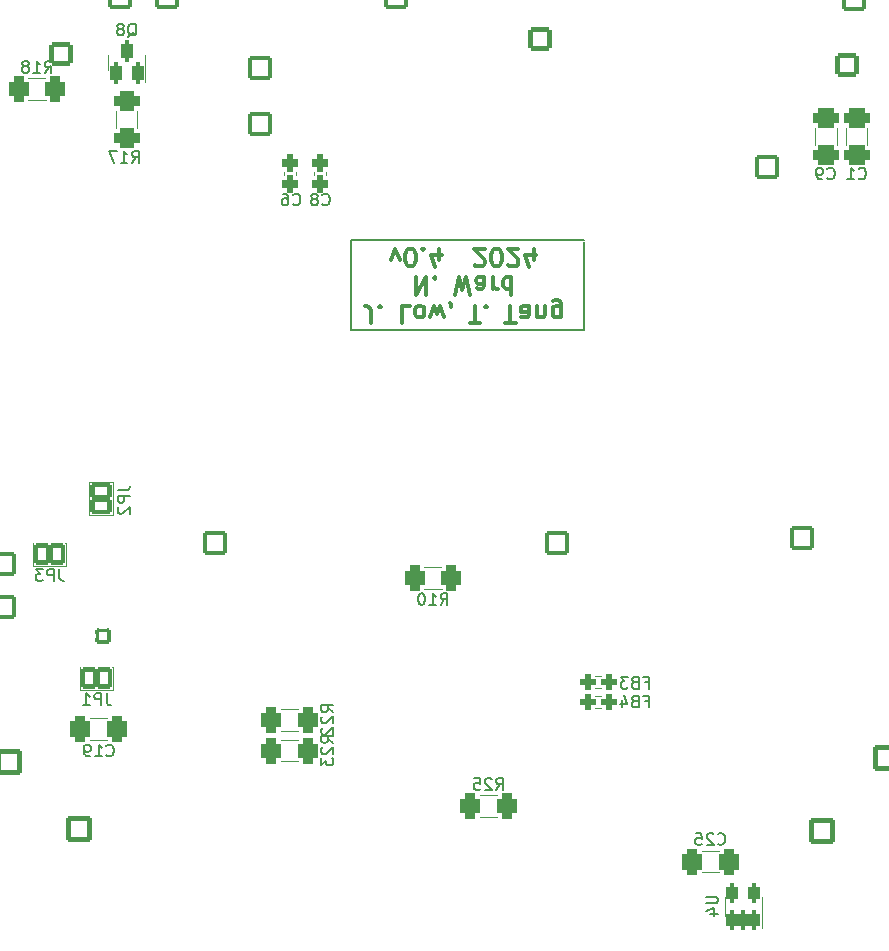
<source format=gbo>
G04 #@! TF.GenerationSoftware,KiCad,Pcbnew,7.0.8*
G04 #@! TF.CreationDate,2024-08-07T19:42:33-07:00*
G04 #@! TF.ProjectId,bloo,626c6f6f-2e6b-4696-9361-645f70636258,rev?*
G04 #@! TF.SameCoordinates,Original*
G04 #@! TF.FileFunction,Legend,Bot*
G04 #@! TF.FilePolarity,Positive*
%FSLAX46Y46*%
G04 Gerber Fmt 4.6, Leading zero omitted, Abs format (unit mm)*
G04 Created by KiCad (PCBNEW 7.0.8) date 2024-08-07 19:42:33*
%MOMM*%
%LPD*%
G01*
G04 APERTURE LIST*
G04 Aperture macros list*
%AMRoundRect*
0 Rectangle with rounded corners*
0 $1 Rounding radius*
0 $2 $3 $4 $5 $6 $7 $8 $9 X,Y pos of 4 corners*
0 Add a 4 corners polygon primitive as box body*
4,1,4,$2,$3,$4,$5,$6,$7,$8,$9,$2,$3,0*
0 Add four circle primitives for the rounded corners*
1,1,$1+$1,$2,$3*
1,1,$1+$1,$4,$5*
1,1,$1+$1,$6,$7*
1,1,$1+$1,$8,$9*
0 Add four rect primitives between the rounded corners*
20,1,$1+$1,$2,$3,$4,$5,0*
20,1,$1+$1,$4,$5,$6,$7,0*
20,1,$1+$1,$6,$7,$8,$9,0*
20,1,$1+$1,$8,$9,$2,$3,0*%
G04 Aperture macros list end*
%ADD10C,0.200000*%
%ADD11C,0.300000*%
%ADD12C,0.150000*%
%ADD13C,0.120000*%
%ADD14C,2.400000*%
%ADD15RoundRect,0.200000X0.403863X-1.207019X1.207019X0.403863X-0.403863X1.207019X-1.207019X-0.403863X0*%
%ADD16C,2.200000*%
%ADD17RoundRect,0.200000X-0.850000X0.850000X-0.850000X-0.850000X0.850000X-0.850000X0.850000X0.850000X0*%
%ADD18O,2.100000X2.100000*%
%ADD19RoundRect,0.200000X-0.850000X-0.850000X0.850000X-0.850000X0.850000X0.850000X-0.850000X0.850000X0*%
%ADD20RoundRect,0.200000X-1.207019X0.403863X-0.403863X-1.207019X1.207019X-0.403863X0.403863X1.207019X0*%
%ADD21RoundRect,0.200000X-0.900000X-0.900000X0.900000X-0.900000X0.900000X0.900000X-0.900000X0.900000X0*%
%ADD22RoundRect,0.200000X0.850000X-0.850000X0.850000X0.850000X-0.850000X0.850000X-0.850000X-0.850000X0*%
%ADD23C,2.600000*%
%ADD24C,2.584400*%
%ADD25C,3.400000*%
%ADD26C,1.924000*%
%ADD27RoundRect,0.200000X0.800000X-0.800000X0.800000X0.800000X-0.800000X0.800000X-0.800000X-0.800000X0*%
%ADD28C,2.000000*%
%ADD29RoundRect,0.200000X0.800000X0.800000X-0.800000X0.800000X-0.800000X-0.800000X0.800000X-0.800000X0*%
%ADD30RoundRect,0.200000X0.500000X0.500000X-0.500000X0.500000X-0.500000X-0.500000X0.500000X-0.500000X0*%
%ADD31O,1.400000X1.400000*%
%ADD32RoundRect,0.437500X-0.237500X0.300000X-0.237500X-0.300000X0.237500X-0.300000X0.237500X0.300000X0*%
%ADD33RoundRect,0.200000X-0.500000X-0.750000X0.500000X-0.750000X0.500000X0.750000X-0.500000X0.750000X0*%
%ADD34RoundRect,0.437500X0.250000X0.237500X-0.250000X0.237500X-0.250000X-0.237500X0.250000X-0.237500X0*%
%ADD35RoundRect,0.450000X-0.400000X-0.625000X0.400000X-0.625000X0.400000X0.625000X-0.400000X0.625000X0*%
%ADD36RoundRect,0.450000X0.625000X-0.400000X0.625000X0.400000X-0.625000X0.400000X-0.625000X-0.400000X0*%
%ADD37RoundRect,0.450000X0.400000X0.625000X-0.400000X0.625000X-0.400000X-0.625000X0.400000X-0.625000X0*%
%ADD38RoundRect,0.450000X-0.412500X-0.650000X0.412500X-0.650000X0.412500X0.650000X-0.412500X0.650000X0*%
%ADD39RoundRect,0.450000X-0.650000X0.412500X-0.650000X-0.412500X0.650000X-0.412500X0.650000X0.412500X0*%
%ADD40RoundRect,0.200000X-0.750000X0.500000X-0.750000X-0.500000X0.750000X-0.500000X0.750000X0.500000X0*%
%ADD41RoundRect,0.350000X0.150000X-0.587500X0.150000X0.587500X-0.150000X0.587500X-0.150000X-0.587500X0*%
%ADD42RoundRect,0.450000X0.412500X0.650000X-0.412500X0.650000X-0.412500X-0.650000X0.412500X-0.650000X0*%
%ADD43RoundRect,0.450000X0.650000X-0.412500X0.650000X0.412500X-0.650000X0.412500X-0.650000X-0.412500X0*%
%ADD44RoundRect,0.437500X-0.250000X-0.237500X0.250000X-0.237500X0.250000X0.237500X-0.250000X0.237500X0*%
%ADD45RoundRect,0.350000X0.150000X-0.512500X0.150000X0.512500X-0.150000X0.512500X-0.150000X-0.512500X0*%
G04 APERTURE END LIST*
D10*
X192075000Y-116690000D02*
X211795560Y-116677300D01*
X192075000Y-124310000D02*
X192075000Y-116690000D01*
X211760000Y-124310000D02*
X192059760Y-124310000D01*
X211760000Y-116844940D02*
X211760000Y-124310000D01*
D11*
X193778571Y-123736671D02*
X193778571Y-122665242D01*
X193778571Y-122665242D02*
X193707142Y-122450957D01*
X193707142Y-122450957D02*
X193564285Y-122308100D01*
X193564285Y-122308100D02*
X193349999Y-122236671D01*
X193349999Y-122236671D02*
X193207142Y-122236671D01*
X194492856Y-122379528D02*
X194564285Y-122308100D01*
X194564285Y-122308100D02*
X194492856Y-122236671D01*
X194492856Y-122236671D02*
X194421428Y-122308100D01*
X194421428Y-122308100D02*
X194492856Y-122379528D01*
X194492856Y-122379528D02*
X194492856Y-122236671D01*
X197064285Y-122236671D02*
X196349999Y-122236671D01*
X196349999Y-122236671D02*
X196349999Y-123736671D01*
X197778571Y-122236671D02*
X197635714Y-122308100D01*
X197635714Y-122308100D02*
X197564285Y-122379528D01*
X197564285Y-122379528D02*
X197492857Y-122522385D01*
X197492857Y-122522385D02*
X197492857Y-122950957D01*
X197492857Y-122950957D02*
X197564285Y-123093814D01*
X197564285Y-123093814D02*
X197635714Y-123165242D01*
X197635714Y-123165242D02*
X197778571Y-123236671D01*
X197778571Y-123236671D02*
X197992857Y-123236671D01*
X197992857Y-123236671D02*
X198135714Y-123165242D01*
X198135714Y-123165242D02*
X198207143Y-123093814D01*
X198207143Y-123093814D02*
X198278571Y-122950957D01*
X198278571Y-122950957D02*
X198278571Y-122522385D01*
X198278571Y-122522385D02*
X198207143Y-122379528D01*
X198207143Y-122379528D02*
X198135714Y-122308100D01*
X198135714Y-122308100D02*
X197992857Y-122236671D01*
X197992857Y-122236671D02*
X197778571Y-122236671D01*
X198778571Y-123236671D02*
X199064286Y-122236671D01*
X199064286Y-122236671D02*
X199350000Y-122950957D01*
X199350000Y-122950957D02*
X199635714Y-122236671D01*
X199635714Y-122236671D02*
X199921428Y-123236671D01*
X200564286Y-122308100D02*
X200564286Y-122236671D01*
X200564286Y-122236671D02*
X200492857Y-122093814D01*
X200492857Y-122093814D02*
X200421429Y-122022385D01*
X202135715Y-123736671D02*
X202992858Y-123736671D01*
X202564286Y-122236671D02*
X202564286Y-123736671D01*
X203492857Y-122379528D02*
X203564286Y-122308100D01*
X203564286Y-122308100D02*
X203492857Y-122236671D01*
X203492857Y-122236671D02*
X203421429Y-122308100D01*
X203421429Y-122308100D02*
X203492857Y-122379528D01*
X203492857Y-122379528D02*
X203492857Y-122236671D01*
X205135715Y-123736671D02*
X205992858Y-123736671D01*
X205564286Y-122236671D02*
X205564286Y-123736671D01*
X207135715Y-122236671D02*
X207135715Y-123022385D01*
X207135715Y-123022385D02*
X207064286Y-123165242D01*
X207064286Y-123165242D02*
X206921429Y-123236671D01*
X206921429Y-123236671D02*
X206635715Y-123236671D01*
X206635715Y-123236671D02*
X206492857Y-123165242D01*
X207135715Y-122308100D02*
X206992857Y-122236671D01*
X206992857Y-122236671D02*
X206635715Y-122236671D01*
X206635715Y-122236671D02*
X206492857Y-122308100D01*
X206492857Y-122308100D02*
X206421429Y-122450957D01*
X206421429Y-122450957D02*
X206421429Y-122593814D01*
X206421429Y-122593814D02*
X206492857Y-122736671D01*
X206492857Y-122736671D02*
X206635715Y-122808100D01*
X206635715Y-122808100D02*
X206992857Y-122808100D01*
X206992857Y-122808100D02*
X207135715Y-122879528D01*
X207850000Y-123236671D02*
X207850000Y-122236671D01*
X207850000Y-123093814D02*
X207921429Y-123165242D01*
X207921429Y-123165242D02*
X208064286Y-123236671D01*
X208064286Y-123236671D02*
X208278572Y-123236671D01*
X208278572Y-123236671D02*
X208421429Y-123165242D01*
X208421429Y-123165242D02*
X208492858Y-123022385D01*
X208492858Y-123022385D02*
X208492858Y-122236671D01*
X209850001Y-123236671D02*
X209850001Y-122022385D01*
X209850001Y-122022385D02*
X209778572Y-121879528D01*
X209778572Y-121879528D02*
X209707143Y-121808100D01*
X209707143Y-121808100D02*
X209564286Y-121736671D01*
X209564286Y-121736671D02*
X209350001Y-121736671D01*
X209350001Y-121736671D02*
X209207143Y-121808100D01*
X209850001Y-122308100D02*
X209707143Y-122236671D01*
X209707143Y-122236671D02*
X209421429Y-122236671D01*
X209421429Y-122236671D02*
X209278572Y-122308100D01*
X209278572Y-122308100D02*
X209207143Y-122379528D01*
X209207143Y-122379528D02*
X209135715Y-122522385D01*
X209135715Y-122522385D02*
X209135715Y-122950957D01*
X209135715Y-122950957D02*
X209207143Y-123093814D01*
X209207143Y-123093814D02*
X209278572Y-123165242D01*
X209278572Y-123165242D02*
X209421429Y-123236671D01*
X209421429Y-123236671D02*
X209707143Y-123236671D01*
X209707143Y-123236671D02*
X209850001Y-123165242D01*
X197564285Y-119821671D02*
X197564285Y-121321671D01*
X197564285Y-121321671D02*
X198421428Y-119821671D01*
X198421428Y-119821671D02*
X198421428Y-121321671D01*
X199135714Y-119964528D02*
X199207143Y-119893100D01*
X199207143Y-119893100D02*
X199135714Y-119821671D01*
X199135714Y-119821671D02*
X199064286Y-119893100D01*
X199064286Y-119893100D02*
X199135714Y-119964528D01*
X199135714Y-119964528D02*
X199135714Y-119821671D01*
X200850000Y-121321671D02*
X201207143Y-119821671D01*
X201207143Y-119821671D02*
X201492857Y-120893100D01*
X201492857Y-120893100D02*
X201778572Y-119821671D01*
X201778572Y-119821671D02*
X202135715Y-121321671D01*
X203350001Y-119821671D02*
X203350001Y-120607385D01*
X203350001Y-120607385D02*
X203278572Y-120750242D01*
X203278572Y-120750242D02*
X203135715Y-120821671D01*
X203135715Y-120821671D02*
X202850001Y-120821671D01*
X202850001Y-120821671D02*
X202707143Y-120750242D01*
X203350001Y-119893100D02*
X203207143Y-119821671D01*
X203207143Y-119821671D02*
X202850001Y-119821671D01*
X202850001Y-119821671D02*
X202707143Y-119893100D01*
X202707143Y-119893100D02*
X202635715Y-120035957D01*
X202635715Y-120035957D02*
X202635715Y-120178814D01*
X202635715Y-120178814D02*
X202707143Y-120321671D01*
X202707143Y-120321671D02*
X202850001Y-120393100D01*
X202850001Y-120393100D02*
X203207143Y-120393100D01*
X203207143Y-120393100D02*
X203350001Y-120464528D01*
X204064286Y-119821671D02*
X204064286Y-120821671D01*
X204064286Y-120535957D02*
X204135715Y-120678814D01*
X204135715Y-120678814D02*
X204207144Y-120750242D01*
X204207144Y-120750242D02*
X204350001Y-120821671D01*
X204350001Y-120821671D02*
X204492858Y-120821671D01*
X205635715Y-119821671D02*
X205635715Y-121321671D01*
X205635715Y-119893100D02*
X205492857Y-119821671D01*
X205492857Y-119821671D02*
X205207143Y-119821671D01*
X205207143Y-119821671D02*
X205064286Y-119893100D01*
X205064286Y-119893100D02*
X204992857Y-119964528D01*
X204992857Y-119964528D02*
X204921429Y-120107385D01*
X204921429Y-120107385D02*
X204921429Y-120535957D01*
X204921429Y-120535957D02*
X204992857Y-120678814D01*
X204992857Y-120678814D02*
X205064286Y-120750242D01*
X205064286Y-120750242D02*
X205207143Y-120821671D01*
X205207143Y-120821671D02*
X205492857Y-120821671D01*
X205492857Y-120821671D02*
X205635715Y-120750242D01*
X195457144Y-118406671D02*
X195814287Y-117406671D01*
X195814287Y-117406671D02*
X196171430Y-118406671D01*
X197028573Y-118906671D02*
X197171430Y-118906671D01*
X197171430Y-118906671D02*
X197314287Y-118835242D01*
X197314287Y-118835242D02*
X197385716Y-118763814D01*
X197385716Y-118763814D02*
X197457144Y-118620957D01*
X197457144Y-118620957D02*
X197528573Y-118335242D01*
X197528573Y-118335242D02*
X197528573Y-117978100D01*
X197528573Y-117978100D02*
X197457144Y-117692385D01*
X197457144Y-117692385D02*
X197385716Y-117549528D01*
X197385716Y-117549528D02*
X197314287Y-117478100D01*
X197314287Y-117478100D02*
X197171430Y-117406671D01*
X197171430Y-117406671D02*
X197028573Y-117406671D01*
X197028573Y-117406671D02*
X196885716Y-117478100D01*
X196885716Y-117478100D02*
X196814287Y-117549528D01*
X196814287Y-117549528D02*
X196742858Y-117692385D01*
X196742858Y-117692385D02*
X196671430Y-117978100D01*
X196671430Y-117978100D02*
X196671430Y-118335242D01*
X196671430Y-118335242D02*
X196742858Y-118620957D01*
X196742858Y-118620957D02*
X196814287Y-118763814D01*
X196814287Y-118763814D02*
X196885716Y-118835242D01*
X196885716Y-118835242D02*
X197028573Y-118906671D01*
X198171429Y-117549528D02*
X198242858Y-117478100D01*
X198242858Y-117478100D02*
X198171429Y-117406671D01*
X198171429Y-117406671D02*
X198100001Y-117478100D01*
X198100001Y-117478100D02*
X198171429Y-117549528D01*
X198171429Y-117549528D02*
X198171429Y-117406671D01*
X199528573Y-118406671D02*
X199528573Y-117406671D01*
X199171430Y-118978100D02*
X198814287Y-117906671D01*
X198814287Y-117906671D02*
X199742858Y-117906671D01*
X202528572Y-118763814D02*
X202600000Y-118835242D01*
X202600000Y-118835242D02*
X202742858Y-118906671D01*
X202742858Y-118906671D02*
X203100000Y-118906671D01*
X203100000Y-118906671D02*
X203242858Y-118835242D01*
X203242858Y-118835242D02*
X203314286Y-118763814D01*
X203314286Y-118763814D02*
X203385715Y-118620957D01*
X203385715Y-118620957D02*
X203385715Y-118478100D01*
X203385715Y-118478100D02*
X203314286Y-118263814D01*
X203314286Y-118263814D02*
X202457143Y-117406671D01*
X202457143Y-117406671D02*
X203385715Y-117406671D01*
X204314286Y-118906671D02*
X204457143Y-118906671D01*
X204457143Y-118906671D02*
X204600000Y-118835242D01*
X204600000Y-118835242D02*
X204671429Y-118763814D01*
X204671429Y-118763814D02*
X204742857Y-118620957D01*
X204742857Y-118620957D02*
X204814286Y-118335242D01*
X204814286Y-118335242D02*
X204814286Y-117978100D01*
X204814286Y-117978100D02*
X204742857Y-117692385D01*
X204742857Y-117692385D02*
X204671429Y-117549528D01*
X204671429Y-117549528D02*
X204600000Y-117478100D01*
X204600000Y-117478100D02*
X204457143Y-117406671D01*
X204457143Y-117406671D02*
X204314286Y-117406671D01*
X204314286Y-117406671D02*
X204171429Y-117478100D01*
X204171429Y-117478100D02*
X204100000Y-117549528D01*
X204100000Y-117549528D02*
X204028571Y-117692385D01*
X204028571Y-117692385D02*
X203957143Y-117978100D01*
X203957143Y-117978100D02*
X203957143Y-118335242D01*
X203957143Y-118335242D02*
X204028571Y-118620957D01*
X204028571Y-118620957D02*
X204100000Y-118763814D01*
X204100000Y-118763814D02*
X204171429Y-118835242D01*
X204171429Y-118835242D02*
X204314286Y-118906671D01*
X205385714Y-118763814D02*
X205457142Y-118835242D01*
X205457142Y-118835242D02*
X205600000Y-118906671D01*
X205600000Y-118906671D02*
X205957142Y-118906671D01*
X205957142Y-118906671D02*
X206100000Y-118835242D01*
X206100000Y-118835242D02*
X206171428Y-118763814D01*
X206171428Y-118763814D02*
X206242857Y-118620957D01*
X206242857Y-118620957D02*
X206242857Y-118478100D01*
X206242857Y-118478100D02*
X206171428Y-118263814D01*
X206171428Y-118263814D02*
X205314285Y-117406671D01*
X205314285Y-117406671D02*
X206242857Y-117406671D01*
X207528571Y-118406671D02*
X207528571Y-117406671D01*
X207171428Y-118978100D02*
X206814285Y-117906671D01*
X206814285Y-117906671D02*
X207742856Y-117906671D01*
D12*
X189642622Y-113655676D02*
X189690241Y-113703296D01*
X189690241Y-113703296D02*
X189833098Y-113750915D01*
X189833098Y-113750915D02*
X189928336Y-113750915D01*
X189928336Y-113750915D02*
X190071193Y-113703296D01*
X190071193Y-113703296D02*
X190166431Y-113608057D01*
X190166431Y-113608057D02*
X190214050Y-113512819D01*
X190214050Y-113512819D02*
X190261669Y-113322343D01*
X190261669Y-113322343D02*
X190261669Y-113179486D01*
X190261669Y-113179486D02*
X190214050Y-112989010D01*
X190214050Y-112989010D02*
X190166431Y-112893772D01*
X190166431Y-112893772D02*
X190071193Y-112798534D01*
X190071193Y-112798534D02*
X189928336Y-112750915D01*
X189928336Y-112750915D02*
X189833098Y-112750915D01*
X189833098Y-112750915D02*
X189690241Y-112798534D01*
X189690241Y-112798534D02*
X189642622Y-112846153D01*
X189071193Y-113179486D02*
X189166431Y-113131867D01*
X189166431Y-113131867D02*
X189214050Y-113084248D01*
X189214050Y-113084248D02*
X189261669Y-112989010D01*
X189261669Y-112989010D02*
X189261669Y-112941391D01*
X189261669Y-112941391D02*
X189214050Y-112846153D01*
X189214050Y-112846153D02*
X189166431Y-112798534D01*
X189166431Y-112798534D02*
X189071193Y-112750915D01*
X189071193Y-112750915D02*
X188880717Y-112750915D01*
X188880717Y-112750915D02*
X188785479Y-112798534D01*
X188785479Y-112798534D02*
X188737860Y-112846153D01*
X188737860Y-112846153D02*
X188690241Y-112941391D01*
X188690241Y-112941391D02*
X188690241Y-112989010D01*
X188690241Y-112989010D02*
X188737860Y-113084248D01*
X188737860Y-113084248D02*
X188785479Y-113131867D01*
X188785479Y-113131867D02*
X188880717Y-113179486D01*
X188880717Y-113179486D02*
X189071193Y-113179486D01*
X189071193Y-113179486D02*
X189166431Y-113227105D01*
X189166431Y-113227105D02*
X189214050Y-113274724D01*
X189214050Y-113274724D02*
X189261669Y-113369962D01*
X189261669Y-113369962D02*
X189261669Y-113560438D01*
X189261669Y-113560438D02*
X189214050Y-113655676D01*
X189214050Y-113655676D02*
X189166431Y-113703296D01*
X189166431Y-113703296D02*
X189071193Y-113750915D01*
X189071193Y-113750915D02*
X188880717Y-113750915D01*
X188880717Y-113750915D02*
X188785479Y-113703296D01*
X188785479Y-113703296D02*
X188737860Y-113655676D01*
X188737860Y-113655676D02*
X188690241Y-113560438D01*
X188690241Y-113560438D02*
X188690241Y-113369962D01*
X188690241Y-113369962D02*
X188737860Y-113274724D01*
X188737860Y-113274724D02*
X188785479Y-113227105D01*
X188785479Y-113227105D02*
X188880717Y-113179486D01*
X171383333Y-155054819D02*
X171383333Y-155769104D01*
X171383333Y-155769104D02*
X171430952Y-155911961D01*
X171430952Y-155911961D02*
X171526190Y-156007200D01*
X171526190Y-156007200D02*
X171669047Y-156054819D01*
X171669047Y-156054819D02*
X171764285Y-156054819D01*
X170907142Y-156054819D02*
X170907142Y-155054819D01*
X170907142Y-155054819D02*
X170526190Y-155054819D01*
X170526190Y-155054819D02*
X170430952Y-155102438D01*
X170430952Y-155102438D02*
X170383333Y-155150057D01*
X170383333Y-155150057D02*
X170335714Y-155245295D01*
X170335714Y-155245295D02*
X170335714Y-155388152D01*
X170335714Y-155388152D02*
X170383333Y-155483390D01*
X170383333Y-155483390D02*
X170430952Y-155531009D01*
X170430952Y-155531009D02*
X170526190Y-155578628D01*
X170526190Y-155578628D02*
X170907142Y-155578628D01*
X169383333Y-156054819D02*
X169954761Y-156054819D01*
X169669047Y-156054819D02*
X169669047Y-155054819D01*
X169669047Y-155054819D02*
X169764285Y-155197676D01*
X169764285Y-155197676D02*
X169859523Y-155292914D01*
X169859523Y-155292914D02*
X169954761Y-155340533D01*
X216933333Y-155731009D02*
X217266666Y-155731009D01*
X217266666Y-156254819D02*
X217266666Y-155254819D01*
X217266666Y-155254819D02*
X216790476Y-155254819D01*
X216076190Y-155731009D02*
X215933333Y-155778628D01*
X215933333Y-155778628D02*
X215885714Y-155826247D01*
X215885714Y-155826247D02*
X215838095Y-155921485D01*
X215838095Y-155921485D02*
X215838095Y-156064342D01*
X215838095Y-156064342D02*
X215885714Y-156159580D01*
X215885714Y-156159580D02*
X215933333Y-156207200D01*
X215933333Y-156207200D02*
X216028571Y-156254819D01*
X216028571Y-156254819D02*
X216409523Y-156254819D01*
X216409523Y-156254819D02*
X216409523Y-155254819D01*
X216409523Y-155254819D02*
X216076190Y-155254819D01*
X216076190Y-155254819D02*
X215980952Y-155302438D01*
X215980952Y-155302438D02*
X215933333Y-155350057D01*
X215933333Y-155350057D02*
X215885714Y-155445295D01*
X215885714Y-155445295D02*
X215885714Y-155540533D01*
X215885714Y-155540533D02*
X215933333Y-155635771D01*
X215933333Y-155635771D02*
X215980952Y-155683390D01*
X215980952Y-155683390D02*
X216076190Y-155731009D01*
X216076190Y-155731009D02*
X216409523Y-155731009D01*
X214980952Y-155588152D02*
X214980952Y-156254819D01*
X215219047Y-155207200D02*
X215457142Y-155921485D01*
X215457142Y-155921485D02*
X214838095Y-155921485D01*
X199642857Y-147574819D02*
X199976190Y-147098628D01*
X200214285Y-147574819D02*
X200214285Y-146574819D01*
X200214285Y-146574819D02*
X199833333Y-146574819D01*
X199833333Y-146574819D02*
X199738095Y-146622438D01*
X199738095Y-146622438D02*
X199690476Y-146670057D01*
X199690476Y-146670057D02*
X199642857Y-146765295D01*
X199642857Y-146765295D02*
X199642857Y-146908152D01*
X199642857Y-146908152D02*
X199690476Y-147003390D01*
X199690476Y-147003390D02*
X199738095Y-147051009D01*
X199738095Y-147051009D02*
X199833333Y-147098628D01*
X199833333Y-147098628D02*
X200214285Y-147098628D01*
X198690476Y-147574819D02*
X199261904Y-147574819D01*
X198976190Y-147574819D02*
X198976190Y-146574819D01*
X198976190Y-146574819D02*
X199071428Y-146717676D01*
X199071428Y-146717676D02*
X199166666Y-146812914D01*
X199166666Y-146812914D02*
X199261904Y-146860533D01*
X198071428Y-146574819D02*
X197976190Y-146574819D01*
X197976190Y-146574819D02*
X197880952Y-146622438D01*
X197880952Y-146622438D02*
X197833333Y-146670057D01*
X197833333Y-146670057D02*
X197785714Y-146765295D01*
X197785714Y-146765295D02*
X197738095Y-146955771D01*
X197738095Y-146955771D02*
X197738095Y-147193866D01*
X197738095Y-147193866D02*
X197785714Y-147384342D01*
X197785714Y-147384342D02*
X197833333Y-147479580D01*
X197833333Y-147479580D02*
X197880952Y-147527200D01*
X197880952Y-147527200D02*
X197976190Y-147574819D01*
X197976190Y-147574819D02*
X198071428Y-147574819D01*
X198071428Y-147574819D02*
X198166666Y-147527200D01*
X198166666Y-147527200D02*
X198214285Y-147479580D01*
X198214285Y-147479580D02*
X198261904Y-147384342D01*
X198261904Y-147384342D02*
X198309523Y-147193866D01*
X198309523Y-147193866D02*
X198309523Y-146955771D01*
X198309523Y-146955771D02*
X198261904Y-146765295D01*
X198261904Y-146765295D02*
X198214285Y-146670057D01*
X198214285Y-146670057D02*
X198166666Y-146622438D01*
X198166666Y-146622438D02*
X198071428Y-146574819D01*
X187152622Y-113655676D02*
X187200241Y-113703296D01*
X187200241Y-113703296D02*
X187343098Y-113750915D01*
X187343098Y-113750915D02*
X187438336Y-113750915D01*
X187438336Y-113750915D02*
X187581193Y-113703296D01*
X187581193Y-113703296D02*
X187676431Y-113608057D01*
X187676431Y-113608057D02*
X187724050Y-113512819D01*
X187724050Y-113512819D02*
X187771669Y-113322343D01*
X187771669Y-113322343D02*
X187771669Y-113179486D01*
X187771669Y-113179486D02*
X187724050Y-112989010D01*
X187724050Y-112989010D02*
X187676431Y-112893772D01*
X187676431Y-112893772D02*
X187581193Y-112798534D01*
X187581193Y-112798534D02*
X187438336Y-112750915D01*
X187438336Y-112750915D02*
X187343098Y-112750915D01*
X187343098Y-112750915D02*
X187200241Y-112798534D01*
X187200241Y-112798534D02*
X187152622Y-112846153D01*
X186295479Y-112750915D02*
X186485955Y-112750915D01*
X186485955Y-112750915D02*
X186581193Y-112798534D01*
X186581193Y-112798534D02*
X186628812Y-112846153D01*
X186628812Y-112846153D02*
X186724050Y-112989010D01*
X186724050Y-112989010D02*
X186771669Y-113179486D01*
X186771669Y-113179486D02*
X186771669Y-113560438D01*
X186771669Y-113560438D02*
X186724050Y-113655676D01*
X186724050Y-113655676D02*
X186676431Y-113703296D01*
X186676431Y-113703296D02*
X186581193Y-113750915D01*
X186581193Y-113750915D02*
X186390717Y-113750915D01*
X186390717Y-113750915D02*
X186295479Y-113703296D01*
X186295479Y-113703296D02*
X186247860Y-113655676D01*
X186247860Y-113655676D02*
X186200241Y-113560438D01*
X186200241Y-113560438D02*
X186200241Y-113322343D01*
X186200241Y-113322343D02*
X186247860Y-113227105D01*
X186247860Y-113227105D02*
X186295479Y-113179486D01*
X186295479Y-113179486D02*
X186390717Y-113131867D01*
X186390717Y-113131867D02*
X186581193Y-113131867D01*
X186581193Y-113131867D02*
X186676431Y-113179486D01*
X186676431Y-113179486D02*
X186724050Y-113227105D01*
X186724050Y-113227105D02*
X186771669Y-113322343D01*
X173518813Y-110150915D02*
X173852146Y-109674724D01*
X174090241Y-110150915D02*
X174090241Y-109150915D01*
X174090241Y-109150915D02*
X173709289Y-109150915D01*
X173709289Y-109150915D02*
X173614051Y-109198534D01*
X173614051Y-109198534D02*
X173566432Y-109246153D01*
X173566432Y-109246153D02*
X173518813Y-109341391D01*
X173518813Y-109341391D02*
X173518813Y-109484248D01*
X173518813Y-109484248D02*
X173566432Y-109579486D01*
X173566432Y-109579486D02*
X173614051Y-109627105D01*
X173614051Y-109627105D02*
X173709289Y-109674724D01*
X173709289Y-109674724D02*
X174090241Y-109674724D01*
X172566432Y-110150915D02*
X173137860Y-110150915D01*
X172852146Y-110150915D02*
X172852146Y-109150915D01*
X172852146Y-109150915D02*
X172947384Y-109293772D01*
X172947384Y-109293772D02*
X173042622Y-109389010D01*
X173042622Y-109389010D02*
X173137860Y-109436629D01*
X172233098Y-109150915D02*
X171566432Y-109150915D01*
X171566432Y-109150915D02*
X171995003Y-110150915D01*
X190554819Y-159257142D02*
X190078628Y-158923809D01*
X190554819Y-158685714D02*
X189554819Y-158685714D01*
X189554819Y-158685714D02*
X189554819Y-159066666D01*
X189554819Y-159066666D02*
X189602438Y-159161904D01*
X189602438Y-159161904D02*
X189650057Y-159209523D01*
X189650057Y-159209523D02*
X189745295Y-159257142D01*
X189745295Y-159257142D02*
X189888152Y-159257142D01*
X189888152Y-159257142D02*
X189983390Y-159209523D01*
X189983390Y-159209523D02*
X190031009Y-159161904D01*
X190031009Y-159161904D02*
X190078628Y-159066666D01*
X190078628Y-159066666D02*
X190078628Y-158685714D01*
X189650057Y-159638095D02*
X189602438Y-159685714D01*
X189602438Y-159685714D02*
X189554819Y-159780952D01*
X189554819Y-159780952D02*
X189554819Y-160019047D01*
X189554819Y-160019047D02*
X189602438Y-160114285D01*
X189602438Y-160114285D02*
X189650057Y-160161904D01*
X189650057Y-160161904D02*
X189745295Y-160209523D01*
X189745295Y-160209523D02*
X189840533Y-160209523D01*
X189840533Y-160209523D02*
X189983390Y-160161904D01*
X189983390Y-160161904D02*
X190554819Y-159590476D01*
X190554819Y-159590476D02*
X190554819Y-160209523D01*
X189554819Y-160542857D02*
X189554819Y-161161904D01*
X189554819Y-161161904D02*
X189935771Y-160828571D01*
X189935771Y-160828571D02*
X189935771Y-160971428D01*
X189935771Y-160971428D02*
X189983390Y-161066666D01*
X189983390Y-161066666D02*
X190031009Y-161114285D01*
X190031009Y-161114285D02*
X190126247Y-161161904D01*
X190126247Y-161161904D02*
X190364342Y-161161904D01*
X190364342Y-161161904D02*
X190459580Y-161114285D01*
X190459580Y-161114285D02*
X190507200Y-161066666D01*
X190507200Y-161066666D02*
X190554819Y-160971428D01*
X190554819Y-160971428D02*
X190554819Y-160685714D01*
X190554819Y-160685714D02*
X190507200Y-160590476D01*
X190507200Y-160590476D02*
X190459580Y-160542857D01*
X171356313Y-160305676D02*
X171403932Y-160353296D01*
X171403932Y-160353296D02*
X171546789Y-160400915D01*
X171546789Y-160400915D02*
X171642027Y-160400915D01*
X171642027Y-160400915D02*
X171784884Y-160353296D01*
X171784884Y-160353296D02*
X171880122Y-160258057D01*
X171880122Y-160258057D02*
X171927741Y-160162819D01*
X171927741Y-160162819D02*
X171975360Y-159972343D01*
X171975360Y-159972343D02*
X171975360Y-159829486D01*
X171975360Y-159829486D02*
X171927741Y-159639010D01*
X171927741Y-159639010D02*
X171880122Y-159543772D01*
X171880122Y-159543772D02*
X171784884Y-159448534D01*
X171784884Y-159448534D02*
X171642027Y-159400915D01*
X171642027Y-159400915D02*
X171546789Y-159400915D01*
X171546789Y-159400915D02*
X171403932Y-159448534D01*
X171403932Y-159448534D02*
X171356313Y-159496153D01*
X170403932Y-160400915D02*
X170975360Y-160400915D01*
X170689646Y-160400915D02*
X170689646Y-159400915D01*
X170689646Y-159400915D02*
X170784884Y-159543772D01*
X170784884Y-159543772D02*
X170880122Y-159639010D01*
X170880122Y-159639010D02*
X170975360Y-159686629D01*
X169927741Y-160400915D02*
X169737265Y-160400915D01*
X169737265Y-160400915D02*
X169642027Y-160353296D01*
X169642027Y-160353296D02*
X169594408Y-160305676D01*
X169594408Y-160305676D02*
X169499170Y-160162819D01*
X169499170Y-160162819D02*
X169451551Y-159972343D01*
X169451551Y-159972343D02*
X169451551Y-159591391D01*
X169451551Y-159591391D02*
X169499170Y-159496153D01*
X169499170Y-159496153D02*
X169546789Y-159448534D01*
X169546789Y-159448534D02*
X169642027Y-159400915D01*
X169642027Y-159400915D02*
X169832503Y-159400915D01*
X169832503Y-159400915D02*
X169927741Y-159448534D01*
X169927741Y-159448534D02*
X169975360Y-159496153D01*
X169975360Y-159496153D02*
X170022979Y-159591391D01*
X170022979Y-159591391D02*
X170022979Y-159829486D01*
X170022979Y-159829486D02*
X169975360Y-159924724D01*
X169975360Y-159924724D02*
X169927741Y-159972343D01*
X169927741Y-159972343D02*
X169832503Y-160019962D01*
X169832503Y-160019962D02*
X169642027Y-160019962D01*
X169642027Y-160019962D02*
X169546789Y-159972343D01*
X169546789Y-159972343D02*
X169499170Y-159924724D01*
X169499170Y-159924724D02*
X169451551Y-159829486D01*
X232392622Y-111455676D02*
X232440241Y-111503296D01*
X232440241Y-111503296D02*
X232583098Y-111550915D01*
X232583098Y-111550915D02*
X232678336Y-111550915D01*
X232678336Y-111550915D02*
X232821193Y-111503296D01*
X232821193Y-111503296D02*
X232916431Y-111408057D01*
X232916431Y-111408057D02*
X232964050Y-111312819D01*
X232964050Y-111312819D02*
X233011669Y-111122343D01*
X233011669Y-111122343D02*
X233011669Y-110979486D01*
X233011669Y-110979486D02*
X232964050Y-110789010D01*
X232964050Y-110789010D02*
X232916431Y-110693772D01*
X232916431Y-110693772D02*
X232821193Y-110598534D01*
X232821193Y-110598534D02*
X232678336Y-110550915D01*
X232678336Y-110550915D02*
X232583098Y-110550915D01*
X232583098Y-110550915D02*
X232440241Y-110598534D01*
X232440241Y-110598534D02*
X232392622Y-110646153D01*
X231916431Y-111550915D02*
X231725955Y-111550915D01*
X231725955Y-111550915D02*
X231630717Y-111503296D01*
X231630717Y-111503296D02*
X231583098Y-111455676D01*
X231583098Y-111455676D02*
X231487860Y-111312819D01*
X231487860Y-111312819D02*
X231440241Y-111122343D01*
X231440241Y-111122343D02*
X231440241Y-110741391D01*
X231440241Y-110741391D02*
X231487860Y-110646153D01*
X231487860Y-110646153D02*
X231535479Y-110598534D01*
X231535479Y-110598534D02*
X231630717Y-110550915D01*
X231630717Y-110550915D02*
X231821193Y-110550915D01*
X231821193Y-110550915D02*
X231916431Y-110598534D01*
X231916431Y-110598534D02*
X231964050Y-110646153D01*
X231964050Y-110646153D02*
X232011669Y-110741391D01*
X232011669Y-110741391D02*
X232011669Y-110979486D01*
X232011669Y-110979486D02*
X231964050Y-111074724D01*
X231964050Y-111074724D02*
X231916431Y-111122343D01*
X231916431Y-111122343D02*
X231821193Y-111169962D01*
X231821193Y-111169962D02*
X231630717Y-111169962D01*
X231630717Y-111169962D02*
X231535479Y-111122343D01*
X231535479Y-111122343D02*
X231487860Y-111074724D01*
X231487860Y-111074724D02*
X231440241Y-110979486D01*
X204342857Y-163234819D02*
X204676190Y-162758628D01*
X204914285Y-163234819D02*
X204914285Y-162234819D01*
X204914285Y-162234819D02*
X204533333Y-162234819D01*
X204533333Y-162234819D02*
X204438095Y-162282438D01*
X204438095Y-162282438D02*
X204390476Y-162330057D01*
X204390476Y-162330057D02*
X204342857Y-162425295D01*
X204342857Y-162425295D02*
X204342857Y-162568152D01*
X204342857Y-162568152D02*
X204390476Y-162663390D01*
X204390476Y-162663390D02*
X204438095Y-162711009D01*
X204438095Y-162711009D02*
X204533333Y-162758628D01*
X204533333Y-162758628D02*
X204914285Y-162758628D01*
X203961904Y-162330057D02*
X203914285Y-162282438D01*
X203914285Y-162282438D02*
X203819047Y-162234819D01*
X203819047Y-162234819D02*
X203580952Y-162234819D01*
X203580952Y-162234819D02*
X203485714Y-162282438D01*
X203485714Y-162282438D02*
X203438095Y-162330057D01*
X203438095Y-162330057D02*
X203390476Y-162425295D01*
X203390476Y-162425295D02*
X203390476Y-162520533D01*
X203390476Y-162520533D02*
X203438095Y-162663390D01*
X203438095Y-162663390D02*
X204009523Y-163234819D01*
X204009523Y-163234819D02*
X203390476Y-163234819D01*
X202485714Y-162234819D02*
X202961904Y-162234819D01*
X202961904Y-162234819D02*
X203009523Y-162711009D01*
X203009523Y-162711009D02*
X202961904Y-162663390D01*
X202961904Y-162663390D02*
X202866666Y-162615771D01*
X202866666Y-162615771D02*
X202628571Y-162615771D01*
X202628571Y-162615771D02*
X202533333Y-162663390D01*
X202533333Y-162663390D02*
X202485714Y-162711009D01*
X202485714Y-162711009D02*
X202438095Y-162806247D01*
X202438095Y-162806247D02*
X202438095Y-163044342D01*
X202438095Y-163044342D02*
X202485714Y-163139580D01*
X202485714Y-163139580D02*
X202533333Y-163187200D01*
X202533333Y-163187200D02*
X202628571Y-163234819D01*
X202628571Y-163234819D02*
X202866666Y-163234819D01*
X202866666Y-163234819D02*
X202961904Y-163187200D01*
X202961904Y-163187200D02*
X203009523Y-163139580D01*
X172330775Y-137862762D02*
X173045060Y-137862762D01*
X173045060Y-137862762D02*
X173187917Y-137815143D01*
X173187917Y-137815143D02*
X173283156Y-137719905D01*
X173283156Y-137719905D02*
X173330775Y-137577048D01*
X173330775Y-137577048D02*
X173330775Y-137481810D01*
X173330775Y-138338953D02*
X172330775Y-138338953D01*
X172330775Y-138338953D02*
X172330775Y-138719905D01*
X172330775Y-138719905D02*
X172378394Y-138815143D01*
X172378394Y-138815143D02*
X172426013Y-138862762D01*
X172426013Y-138862762D02*
X172521251Y-138910381D01*
X172521251Y-138910381D02*
X172664108Y-138910381D01*
X172664108Y-138910381D02*
X172759346Y-138862762D01*
X172759346Y-138862762D02*
X172806965Y-138815143D01*
X172806965Y-138815143D02*
X172854584Y-138719905D01*
X172854584Y-138719905D02*
X172854584Y-138338953D01*
X172426013Y-139291334D02*
X172378394Y-139338953D01*
X172378394Y-139338953D02*
X172330775Y-139434191D01*
X172330775Y-139434191D02*
X172330775Y-139672286D01*
X172330775Y-139672286D02*
X172378394Y-139767524D01*
X172378394Y-139767524D02*
X172426013Y-139815143D01*
X172426013Y-139815143D02*
X172521251Y-139862762D01*
X172521251Y-139862762D02*
X172616489Y-139862762D01*
X172616489Y-139862762D02*
X172759346Y-139815143D01*
X172759346Y-139815143D02*
X173330775Y-139243715D01*
X173330775Y-139243715D02*
X173330775Y-139862762D01*
X190554819Y-156657142D02*
X190078628Y-156323809D01*
X190554819Y-156085714D02*
X189554819Y-156085714D01*
X189554819Y-156085714D02*
X189554819Y-156466666D01*
X189554819Y-156466666D02*
X189602438Y-156561904D01*
X189602438Y-156561904D02*
X189650057Y-156609523D01*
X189650057Y-156609523D02*
X189745295Y-156657142D01*
X189745295Y-156657142D02*
X189888152Y-156657142D01*
X189888152Y-156657142D02*
X189983390Y-156609523D01*
X189983390Y-156609523D02*
X190031009Y-156561904D01*
X190031009Y-156561904D02*
X190078628Y-156466666D01*
X190078628Y-156466666D02*
X190078628Y-156085714D01*
X189650057Y-157038095D02*
X189602438Y-157085714D01*
X189602438Y-157085714D02*
X189554819Y-157180952D01*
X189554819Y-157180952D02*
X189554819Y-157419047D01*
X189554819Y-157419047D02*
X189602438Y-157514285D01*
X189602438Y-157514285D02*
X189650057Y-157561904D01*
X189650057Y-157561904D02*
X189745295Y-157609523D01*
X189745295Y-157609523D02*
X189840533Y-157609523D01*
X189840533Y-157609523D02*
X189983390Y-157561904D01*
X189983390Y-157561904D02*
X190554819Y-156990476D01*
X190554819Y-156990476D02*
X190554819Y-157609523D01*
X189650057Y-157990476D02*
X189602438Y-158038095D01*
X189602438Y-158038095D02*
X189554819Y-158133333D01*
X189554819Y-158133333D02*
X189554819Y-158371428D01*
X189554819Y-158371428D02*
X189602438Y-158466666D01*
X189602438Y-158466666D02*
X189650057Y-158514285D01*
X189650057Y-158514285D02*
X189745295Y-158561904D01*
X189745295Y-158561904D02*
X189840533Y-158561904D01*
X189840533Y-158561904D02*
X189983390Y-158514285D01*
X189983390Y-158514285D02*
X190554819Y-157942857D01*
X190554819Y-157942857D02*
X190554819Y-158561904D01*
X167359289Y-144550915D02*
X167359289Y-145265200D01*
X167359289Y-145265200D02*
X167406908Y-145408057D01*
X167406908Y-145408057D02*
X167502146Y-145503296D01*
X167502146Y-145503296D02*
X167645003Y-145550915D01*
X167645003Y-145550915D02*
X167740241Y-145550915D01*
X166883098Y-145550915D02*
X166883098Y-144550915D01*
X166883098Y-144550915D02*
X166502146Y-144550915D01*
X166502146Y-144550915D02*
X166406908Y-144598534D01*
X166406908Y-144598534D02*
X166359289Y-144646153D01*
X166359289Y-144646153D02*
X166311670Y-144741391D01*
X166311670Y-144741391D02*
X166311670Y-144884248D01*
X166311670Y-144884248D02*
X166359289Y-144979486D01*
X166359289Y-144979486D02*
X166406908Y-145027105D01*
X166406908Y-145027105D02*
X166502146Y-145074724D01*
X166502146Y-145074724D02*
X166883098Y-145074724D01*
X165978336Y-144550915D02*
X165359289Y-144550915D01*
X165359289Y-144550915D02*
X165692622Y-144931867D01*
X165692622Y-144931867D02*
X165549765Y-144931867D01*
X165549765Y-144931867D02*
X165454527Y-144979486D01*
X165454527Y-144979486D02*
X165406908Y-145027105D01*
X165406908Y-145027105D02*
X165359289Y-145122343D01*
X165359289Y-145122343D02*
X165359289Y-145360438D01*
X165359289Y-145360438D02*
X165406908Y-145455676D01*
X165406908Y-145455676D02*
X165454527Y-145503296D01*
X165454527Y-145503296D02*
X165549765Y-145550915D01*
X165549765Y-145550915D02*
X165835479Y-145550915D01*
X165835479Y-145550915D02*
X165930717Y-145503296D01*
X165930717Y-145503296D02*
X165978336Y-145455676D01*
X173171194Y-99446153D02*
X173266432Y-99398534D01*
X173266432Y-99398534D02*
X173361670Y-99303296D01*
X173361670Y-99303296D02*
X173504527Y-99160438D01*
X173504527Y-99160438D02*
X173599765Y-99112819D01*
X173599765Y-99112819D02*
X173695003Y-99112819D01*
X173647384Y-99350915D02*
X173742622Y-99303296D01*
X173742622Y-99303296D02*
X173837860Y-99208057D01*
X173837860Y-99208057D02*
X173885479Y-99017581D01*
X173885479Y-99017581D02*
X173885479Y-98684248D01*
X173885479Y-98684248D02*
X173837860Y-98493772D01*
X173837860Y-98493772D02*
X173742622Y-98398534D01*
X173742622Y-98398534D02*
X173647384Y-98350915D01*
X173647384Y-98350915D02*
X173456908Y-98350915D01*
X173456908Y-98350915D02*
X173361670Y-98398534D01*
X173361670Y-98398534D02*
X173266432Y-98493772D01*
X173266432Y-98493772D02*
X173218813Y-98684248D01*
X173218813Y-98684248D02*
X173218813Y-99017581D01*
X173218813Y-99017581D02*
X173266432Y-99208057D01*
X173266432Y-99208057D02*
X173361670Y-99303296D01*
X173361670Y-99303296D02*
X173456908Y-99350915D01*
X173456908Y-99350915D02*
X173647384Y-99350915D01*
X172647384Y-98779486D02*
X172742622Y-98731867D01*
X172742622Y-98731867D02*
X172790241Y-98684248D01*
X172790241Y-98684248D02*
X172837860Y-98589010D01*
X172837860Y-98589010D02*
X172837860Y-98541391D01*
X172837860Y-98541391D02*
X172790241Y-98446153D01*
X172790241Y-98446153D02*
X172742622Y-98398534D01*
X172742622Y-98398534D02*
X172647384Y-98350915D01*
X172647384Y-98350915D02*
X172456908Y-98350915D01*
X172456908Y-98350915D02*
X172361670Y-98398534D01*
X172361670Y-98398534D02*
X172314051Y-98446153D01*
X172314051Y-98446153D02*
X172266432Y-98541391D01*
X172266432Y-98541391D02*
X172266432Y-98589010D01*
X172266432Y-98589010D02*
X172314051Y-98684248D01*
X172314051Y-98684248D02*
X172361670Y-98731867D01*
X172361670Y-98731867D02*
X172456908Y-98779486D01*
X172456908Y-98779486D02*
X172647384Y-98779486D01*
X172647384Y-98779486D02*
X172742622Y-98827105D01*
X172742622Y-98827105D02*
X172790241Y-98874724D01*
X172790241Y-98874724D02*
X172837860Y-98969962D01*
X172837860Y-98969962D02*
X172837860Y-99160438D01*
X172837860Y-99160438D02*
X172790241Y-99255676D01*
X172790241Y-99255676D02*
X172742622Y-99303296D01*
X172742622Y-99303296D02*
X172647384Y-99350915D01*
X172647384Y-99350915D02*
X172456908Y-99350915D01*
X172456908Y-99350915D02*
X172361670Y-99303296D01*
X172361670Y-99303296D02*
X172314051Y-99255676D01*
X172314051Y-99255676D02*
X172266432Y-99160438D01*
X172266432Y-99160438D02*
X172266432Y-98969962D01*
X172266432Y-98969962D02*
X172314051Y-98874724D01*
X172314051Y-98874724D02*
X172361670Y-98827105D01*
X172361670Y-98827105D02*
X172456908Y-98779486D01*
X166118813Y-102530915D02*
X166452146Y-102054724D01*
X166690241Y-102530915D02*
X166690241Y-101530915D01*
X166690241Y-101530915D02*
X166309289Y-101530915D01*
X166309289Y-101530915D02*
X166214051Y-101578534D01*
X166214051Y-101578534D02*
X166166432Y-101626153D01*
X166166432Y-101626153D02*
X166118813Y-101721391D01*
X166118813Y-101721391D02*
X166118813Y-101864248D01*
X166118813Y-101864248D02*
X166166432Y-101959486D01*
X166166432Y-101959486D02*
X166214051Y-102007105D01*
X166214051Y-102007105D02*
X166309289Y-102054724D01*
X166309289Y-102054724D02*
X166690241Y-102054724D01*
X165166432Y-102530915D02*
X165737860Y-102530915D01*
X165452146Y-102530915D02*
X165452146Y-101530915D01*
X165452146Y-101530915D02*
X165547384Y-101673772D01*
X165547384Y-101673772D02*
X165642622Y-101769010D01*
X165642622Y-101769010D02*
X165737860Y-101816629D01*
X164595003Y-101959486D02*
X164690241Y-101911867D01*
X164690241Y-101911867D02*
X164737860Y-101864248D01*
X164737860Y-101864248D02*
X164785479Y-101769010D01*
X164785479Y-101769010D02*
X164785479Y-101721391D01*
X164785479Y-101721391D02*
X164737860Y-101626153D01*
X164737860Y-101626153D02*
X164690241Y-101578534D01*
X164690241Y-101578534D02*
X164595003Y-101530915D01*
X164595003Y-101530915D02*
X164404527Y-101530915D01*
X164404527Y-101530915D02*
X164309289Y-101578534D01*
X164309289Y-101578534D02*
X164261670Y-101626153D01*
X164261670Y-101626153D02*
X164214051Y-101721391D01*
X164214051Y-101721391D02*
X164214051Y-101769010D01*
X164214051Y-101769010D02*
X164261670Y-101864248D01*
X164261670Y-101864248D02*
X164309289Y-101911867D01*
X164309289Y-101911867D02*
X164404527Y-101959486D01*
X164404527Y-101959486D02*
X164595003Y-101959486D01*
X164595003Y-101959486D02*
X164690241Y-102007105D01*
X164690241Y-102007105D02*
X164737860Y-102054724D01*
X164737860Y-102054724D02*
X164785479Y-102149962D01*
X164785479Y-102149962D02*
X164785479Y-102340438D01*
X164785479Y-102340438D02*
X164737860Y-102435676D01*
X164737860Y-102435676D02*
X164690241Y-102483296D01*
X164690241Y-102483296D02*
X164595003Y-102530915D01*
X164595003Y-102530915D02*
X164404527Y-102530915D01*
X164404527Y-102530915D02*
X164309289Y-102483296D01*
X164309289Y-102483296D02*
X164261670Y-102435676D01*
X164261670Y-102435676D02*
X164214051Y-102340438D01*
X164214051Y-102340438D02*
X164214051Y-102149962D01*
X164214051Y-102149962D02*
X164261670Y-102054724D01*
X164261670Y-102054724D02*
X164309289Y-102007105D01*
X164309289Y-102007105D02*
X164404527Y-101959486D01*
X223118813Y-167805676D02*
X223166432Y-167853296D01*
X223166432Y-167853296D02*
X223309289Y-167900915D01*
X223309289Y-167900915D02*
X223404527Y-167900915D01*
X223404527Y-167900915D02*
X223547384Y-167853296D01*
X223547384Y-167853296D02*
X223642622Y-167758057D01*
X223642622Y-167758057D02*
X223690241Y-167662819D01*
X223690241Y-167662819D02*
X223737860Y-167472343D01*
X223737860Y-167472343D02*
X223737860Y-167329486D01*
X223737860Y-167329486D02*
X223690241Y-167139010D01*
X223690241Y-167139010D02*
X223642622Y-167043772D01*
X223642622Y-167043772D02*
X223547384Y-166948534D01*
X223547384Y-166948534D02*
X223404527Y-166900915D01*
X223404527Y-166900915D02*
X223309289Y-166900915D01*
X223309289Y-166900915D02*
X223166432Y-166948534D01*
X223166432Y-166948534D02*
X223118813Y-166996153D01*
X222737860Y-166996153D02*
X222690241Y-166948534D01*
X222690241Y-166948534D02*
X222595003Y-166900915D01*
X222595003Y-166900915D02*
X222356908Y-166900915D01*
X222356908Y-166900915D02*
X222261670Y-166948534D01*
X222261670Y-166948534D02*
X222214051Y-166996153D01*
X222214051Y-166996153D02*
X222166432Y-167091391D01*
X222166432Y-167091391D02*
X222166432Y-167186629D01*
X222166432Y-167186629D02*
X222214051Y-167329486D01*
X222214051Y-167329486D02*
X222785479Y-167900915D01*
X222785479Y-167900915D02*
X222166432Y-167900915D01*
X221261670Y-166900915D02*
X221737860Y-166900915D01*
X221737860Y-166900915D02*
X221785479Y-167377105D01*
X221785479Y-167377105D02*
X221737860Y-167329486D01*
X221737860Y-167329486D02*
X221642622Y-167281867D01*
X221642622Y-167281867D02*
X221404527Y-167281867D01*
X221404527Y-167281867D02*
X221309289Y-167329486D01*
X221309289Y-167329486D02*
X221261670Y-167377105D01*
X221261670Y-167377105D02*
X221214051Y-167472343D01*
X221214051Y-167472343D02*
X221214051Y-167710438D01*
X221214051Y-167710438D02*
X221261670Y-167805676D01*
X221261670Y-167805676D02*
X221309289Y-167853296D01*
X221309289Y-167853296D02*
X221404527Y-167900915D01*
X221404527Y-167900915D02*
X221642622Y-167900915D01*
X221642622Y-167900915D02*
X221737860Y-167853296D01*
X221737860Y-167853296D02*
X221785479Y-167805676D01*
X235042622Y-111455676D02*
X235090241Y-111503296D01*
X235090241Y-111503296D02*
X235233098Y-111550915D01*
X235233098Y-111550915D02*
X235328336Y-111550915D01*
X235328336Y-111550915D02*
X235471193Y-111503296D01*
X235471193Y-111503296D02*
X235566431Y-111408057D01*
X235566431Y-111408057D02*
X235614050Y-111312819D01*
X235614050Y-111312819D02*
X235661669Y-111122343D01*
X235661669Y-111122343D02*
X235661669Y-110979486D01*
X235661669Y-110979486D02*
X235614050Y-110789010D01*
X235614050Y-110789010D02*
X235566431Y-110693772D01*
X235566431Y-110693772D02*
X235471193Y-110598534D01*
X235471193Y-110598534D02*
X235328336Y-110550915D01*
X235328336Y-110550915D02*
X235233098Y-110550915D01*
X235233098Y-110550915D02*
X235090241Y-110598534D01*
X235090241Y-110598534D02*
X235042622Y-110646153D01*
X234090241Y-111550915D02*
X234661669Y-111550915D01*
X234375955Y-111550915D02*
X234375955Y-110550915D01*
X234375955Y-110550915D02*
X234471193Y-110693772D01*
X234471193Y-110693772D02*
X234566431Y-110789010D01*
X234566431Y-110789010D02*
X234661669Y-110836629D01*
X216933333Y-154131009D02*
X217266666Y-154131009D01*
X217266666Y-154654819D02*
X217266666Y-153654819D01*
X217266666Y-153654819D02*
X216790476Y-153654819D01*
X216076190Y-154131009D02*
X215933333Y-154178628D01*
X215933333Y-154178628D02*
X215885714Y-154226247D01*
X215885714Y-154226247D02*
X215838095Y-154321485D01*
X215838095Y-154321485D02*
X215838095Y-154464342D01*
X215838095Y-154464342D02*
X215885714Y-154559580D01*
X215885714Y-154559580D02*
X215933333Y-154607200D01*
X215933333Y-154607200D02*
X216028571Y-154654819D01*
X216028571Y-154654819D02*
X216409523Y-154654819D01*
X216409523Y-154654819D02*
X216409523Y-153654819D01*
X216409523Y-153654819D02*
X216076190Y-153654819D01*
X216076190Y-153654819D02*
X215980952Y-153702438D01*
X215980952Y-153702438D02*
X215933333Y-153750057D01*
X215933333Y-153750057D02*
X215885714Y-153845295D01*
X215885714Y-153845295D02*
X215885714Y-153940533D01*
X215885714Y-153940533D02*
X215933333Y-154035771D01*
X215933333Y-154035771D02*
X215980952Y-154083390D01*
X215980952Y-154083390D02*
X216076190Y-154131009D01*
X216076190Y-154131009D02*
X216409523Y-154131009D01*
X215504761Y-153654819D02*
X214885714Y-153654819D01*
X214885714Y-153654819D02*
X215219047Y-154035771D01*
X215219047Y-154035771D02*
X215076190Y-154035771D01*
X215076190Y-154035771D02*
X214980952Y-154083390D01*
X214980952Y-154083390D02*
X214933333Y-154131009D01*
X214933333Y-154131009D02*
X214885714Y-154226247D01*
X214885714Y-154226247D02*
X214885714Y-154464342D01*
X214885714Y-154464342D02*
X214933333Y-154559580D01*
X214933333Y-154559580D02*
X214980952Y-154607200D01*
X214980952Y-154607200D02*
X215076190Y-154654819D01*
X215076190Y-154654819D02*
X215361904Y-154654819D01*
X215361904Y-154654819D02*
X215457142Y-154607200D01*
X215457142Y-154607200D02*
X215504761Y-154559580D01*
X222130775Y-172271691D02*
X222940298Y-172271691D01*
X222940298Y-172271691D02*
X223035536Y-172319310D01*
X223035536Y-172319310D02*
X223083156Y-172366929D01*
X223083156Y-172366929D02*
X223130775Y-172462167D01*
X223130775Y-172462167D02*
X223130775Y-172652643D01*
X223130775Y-172652643D02*
X223083156Y-172747881D01*
X223083156Y-172747881D02*
X223035536Y-172795500D01*
X223035536Y-172795500D02*
X222940298Y-172843119D01*
X222940298Y-172843119D02*
X222130775Y-172843119D01*
X222464108Y-173747881D02*
X223130775Y-173747881D01*
X222083156Y-173509786D02*
X222797441Y-173271691D01*
X222797441Y-173271691D02*
X222797441Y-173890738D01*
D13*
X189985956Y-110887329D02*
X189985956Y-111179863D01*
X188965956Y-110887329D02*
X188965956Y-111179863D01*
X169100000Y-152800000D02*
X169100000Y-154800000D01*
X169100000Y-154800000D02*
X171900000Y-154800000D01*
X171900000Y-152800000D02*
X169100000Y-152800000D01*
X171900000Y-154800000D02*
X171900000Y-152800000D01*
X213254724Y-156322500D02*
X212745276Y-156322500D01*
X213254724Y-155277500D02*
X212745276Y-155277500D01*
X198272936Y-144390000D02*
X199727064Y-144390000D01*
X198272936Y-146210000D02*
X199727064Y-146210000D01*
X187385956Y-110887329D02*
X187385956Y-111179863D01*
X186365956Y-110887329D02*
X186365956Y-111179863D01*
X172165956Y-107223160D02*
X172165956Y-105769032D01*
X173985956Y-107223160D02*
X173985956Y-105769032D01*
X187577064Y-160810000D02*
X186122936Y-160810000D01*
X187577064Y-158990000D02*
X186122936Y-158990000D01*
X170002204Y-157186096D02*
X171424708Y-157186096D01*
X170002204Y-159006096D02*
X171424708Y-159006096D01*
X233185956Y-107184844D02*
X233185956Y-108607348D01*
X231365956Y-107184844D02*
X231365956Y-108607348D01*
X204427064Y-165510000D02*
X202972936Y-165510000D01*
X204427064Y-163690000D02*
X202972936Y-163690000D01*
X171875956Y-137146096D02*
X169875956Y-137146096D01*
X169875956Y-137146096D02*
X169875956Y-139946096D01*
X171875956Y-139946096D02*
X171875956Y-137146096D01*
X169875956Y-139946096D02*
X171875956Y-139946096D01*
X186122936Y-156390000D02*
X187577064Y-156390000D01*
X186122936Y-158210000D02*
X187577064Y-158210000D01*
X165125956Y-142296096D02*
X165125956Y-144296096D01*
X165125956Y-144296096D02*
X167925956Y-144296096D01*
X167925956Y-142296096D02*
X165125956Y-142296096D01*
X167925956Y-144296096D02*
X167925956Y-142296096D01*
X171515956Y-101633596D02*
X171515956Y-102283596D01*
X171515956Y-101633596D02*
X171515956Y-100983596D01*
X174635956Y-101633596D02*
X174635956Y-103308596D01*
X174635956Y-101633596D02*
X174635956Y-100983596D01*
X166203020Y-104806096D02*
X164748892Y-104806096D01*
X166203020Y-102986096D02*
X164748892Y-102986096D01*
X223187208Y-170206096D02*
X221764704Y-170206096D01*
X223187208Y-168386096D02*
X221764704Y-168386096D01*
X233965956Y-108607348D02*
X233965956Y-107184844D01*
X235785956Y-108607348D02*
X235785956Y-107184844D01*
X212745276Y-153577500D02*
X213254724Y-153577500D01*
X212745276Y-154622500D02*
X213254724Y-154622500D01*
X223715956Y-173096096D02*
X223715956Y-173896096D01*
X223715956Y-173096096D02*
X223715956Y-172296096D01*
X226835956Y-173096096D02*
X226835956Y-174896096D01*
X226835956Y-173096096D02*
X226835956Y-172296096D01*
%LPC*%
D14*
X207793479Y-184755761D03*
D15*
X203817108Y-184192314D03*
D16*
X204950450Y-181919181D03*
D17*
X227275956Y-110496096D03*
D18*
X224735956Y-110496096D03*
D19*
X172475956Y-96096096D03*
D14*
X195432927Y-184732676D03*
D20*
X198275956Y-181896096D03*
D16*
X199409298Y-184169229D03*
D14*
X233215156Y-170516896D03*
D21*
X231945156Y-166706896D03*
D16*
X234485156Y-166706896D03*
D14*
X238605956Y-164306096D03*
D21*
X237335956Y-160496096D03*
D16*
X239875956Y-160496096D03*
D22*
X184325956Y-106896096D03*
D18*
X186865956Y-106896096D03*
X189405956Y-106896096D03*
X191945956Y-106896096D03*
X194485956Y-106896096D03*
X197025956Y-106896096D03*
D19*
X162700000Y-147756096D03*
D18*
X162700000Y-150296096D03*
X162700000Y-152836096D03*
X162700000Y-155376096D03*
X162700000Y-157916096D03*
D23*
X201475956Y-104170096D03*
D19*
X176475956Y-96096096D03*
D14*
X215398327Y-182307143D03*
D15*
X211421956Y-181743696D03*
D16*
X212555298Y-179470563D03*
D24*
X173725956Y-117896096D03*
X173725956Y-135896096D03*
D25*
X239884956Y-108122096D03*
X239884956Y-103296096D03*
X239884956Y-98470096D03*
D26*
X220446956Y-105328096D03*
X220446956Y-103296096D03*
X220446956Y-101264096D03*
X220446956Y-99232096D03*
X220446956Y-97200096D03*
X218414956Y-105328096D03*
X218414956Y-103296096D03*
X218414956Y-101264096D03*
X218414956Y-99232096D03*
X218414956Y-97200096D03*
X216382956Y-105328096D03*
X216382956Y-103296096D03*
X216382956Y-101264096D03*
X216382956Y-99232096D03*
X216382956Y-97200096D03*
X214350956Y-105328096D03*
X214350956Y-103296096D03*
X214350956Y-101264096D03*
X214350956Y-99232096D03*
X214350956Y-97200096D03*
D14*
X170324756Y-170389896D03*
D21*
X169054756Y-166579896D03*
D16*
X171594756Y-166579896D03*
D24*
X229113456Y-135896096D03*
X229113456Y-117896096D03*
D22*
X180529356Y-142370296D03*
D18*
X183069356Y-142370296D03*
X185609356Y-142370296D03*
X188149356Y-142370296D03*
X190689356Y-142370296D03*
X193229356Y-142370296D03*
D23*
X201475956Y-96296096D03*
D19*
X162675956Y-144096096D03*
D27*
X208075956Y-99678475D03*
D28*
X208075956Y-97178475D03*
D29*
X234075956Y-101896096D03*
D28*
X231575956Y-101896096D03*
D23*
X201675956Y-187543096D03*
D29*
X167475956Y-100896096D03*
D28*
X163475956Y-100896096D03*
D22*
X184325956Y-102071096D03*
D18*
X186865956Y-102071096D03*
X189405956Y-102071096D03*
X191945956Y-102071096D03*
X194485956Y-102071096D03*
X197025956Y-102071096D03*
D14*
X164405956Y-164706096D03*
D21*
X163135956Y-160896096D03*
D16*
X165675956Y-160896096D03*
D22*
X209529356Y-142370296D03*
D18*
X212069356Y-142370296D03*
X214609356Y-142370296D03*
X217149356Y-142370296D03*
X219689356Y-142370296D03*
X222229356Y-142370296D03*
D30*
X171075956Y-150166096D03*
D31*
X169805956Y-150166096D03*
X171075956Y-148896096D03*
X169805956Y-148896096D03*
X171075956Y-147626096D03*
X169805956Y-147626096D03*
X171075956Y-146356096D03*
X169805956Y-146356096D03*
X171075956Y-145086096D03*
X169805956Y-145086096D03*
D23*
X201675956Y-179669096D03*
D14*
X187938385Y-182230943D03*
D20*
X190781414Y-179394363D03*
D16*
X191914756Y-181667496D03*
D19*
X230275956Y-141896096D03*
X195875956Y-96096096D03*
X234675956Y-96296096D03*
D32*
X189475956Y-110171096D03*
X189475956Y-111896096D03*
D33*
X169850000Y-153800000D03*
X171150000Y-153800000D03*
D34*
X213912500Y-155800000D03*
X212087500Y-155800000D03*
D35*
X197450000Y-145300000D03*
X200550000Y-145300000D03*
D32*
X186875956Y-110171096D03*
X186875956Y-111896096D03*
D36*
X173075956Y-108046096D03*
X173075956Y-104946096D03*
D37*
X188400000Y-159900000D03*
X185300000Y-159900000D03*
D38*
X169150956Y-158096096D03*
X172275956Y-158096096D03*
D39*
X232275956Y-106333596D03*
X232275956Y-109458596D03*
D37*
X205250000Y-164600000D03*
X202150000Y-164600000D03*
D40*
X170875956Y-137896096D03*
X170875956Y-139196096D03*
D35*
X185300000Y-157300000D03*
X188400000Y-157300000D03*
D33*
X165875956Y-143296096D03*
X167175956Y-143296096D03*
D41*
X174025956Y-102571096D03*
X172125956Y-102571096D03*
X173075956Y-100696096D03*
D37*
X167025956Y-103896096D03*
X163925956Y-103896096D03*
D42*
X224038456Y-169296096D03*
X220913456Y-169296096D03*
D43*
X234875956Y-109458596D03*
X234875956Y-106333596D03*
D44*
X212087500Y-154100000D03*
X213912500Y-154100000D03*
D45*
X226225956Y-174233596D03*
X225275956Y-174233596D03*
X224325956Y-174233596D03*
X224325956Y-171958596D03*
X226225956Y-171958596D03*
%LPD*%
M02*

</source>
